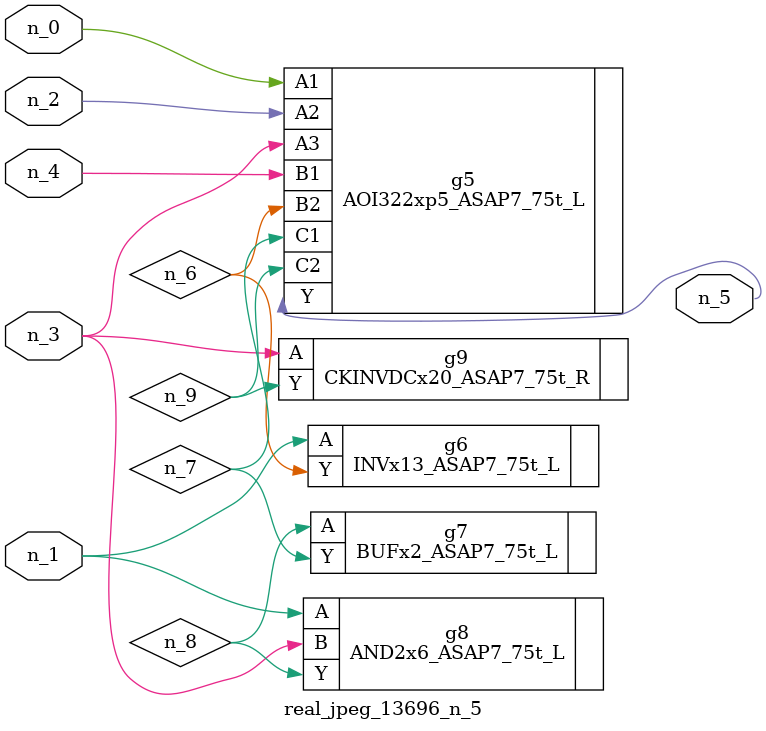
<source format=v>
module real_jpeg_13696_n_5 (n_4, n_0, n_1, n_2, n_3, n_5);

input n_4;
input n_0;
input n_1;
input n_2;
input n_3;

output n_5;

wire n_8;
wire n_6;
wire n_7;
wire n_9;

AOI322xp5_ASAP7_75t_L g5 ( 
.A1(n_0),
.A2(n_2),
.A3(n_3),
.B1(n_4),
.B2(n_6),
.C1(n_7),
.C2(n_9),
.Y(n_5)
);

INVx13_ASAP7_75t_L g6 ( 
.A(n_1),
.Y(n_6)
);

AND2x6_ASAP7_75t_L g8 ( 
.A(n_1),
.B(n_3),
.Y(n_8)
);

CKINVDCx20_ASAP7_75t_R g9 ( 
.A(n_3),
.Y(n_9)
);

BUFx2_ASAP7_75t_L g7 ( 
.A(n_8),
.Y(n_7)
);


endmodule
</source>
